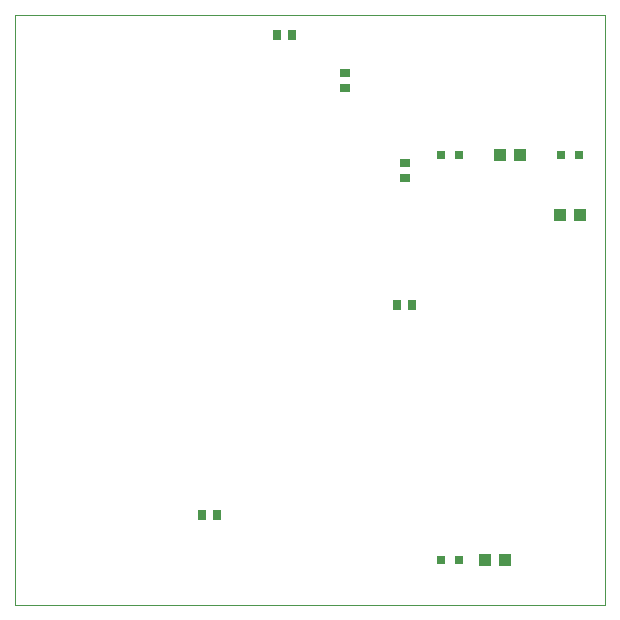
<source format=gtp>
G75*
G70*
%OFA0B0*%
%FSLAX24Y24*%
%IPPOS*%
%LPD*%
%AMOC8*
5,1,8,0,0,1.08239X$1,22.5*
%
%ADD10C,0.0000*%
%ADD11R,0.0315X0.0315*%
%ADD12R,0.0394X0.0433*%
%ADD13R,0.0276X0.0354*%
%ADD14R,0.0354X0.0276*%
D10*
X000181Y000181D02*
X000181Y019866D01*
X019866Y019866D01*
X019866Y000181D01*
X000181Y000181D01*
D11*
X014386Y001681D03*
X014977Y001681D03*
X014977Y015181D03*
X014386Y015181D03*
X018386Y015181D03*
X018977Y015181D03*
D12*
X017016Y015181D03*
X016347Y015181D03*
X018347Y013181D03*
X019016Y013181D03*
X016516Y001681D03*
X015847Y001681D03*
D13*
X013437Y010181D03*
X012926Y010181D03*
X006937Y003181D03*
X006426Y003181D03*
X008926Y019181D03*
X009437Y019181D03*
D14*
X011181Y017937D03*
X011181Y017426D03*
X013181Y014937D03*
X013181Y014426D03*
M02*

</source>
